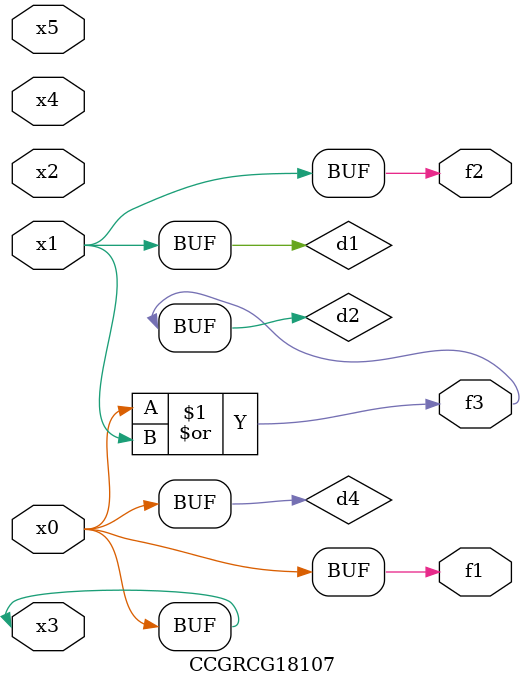
<source format=v>
module CCGRCG18107(
	input x0, x1, x2, x3, x4, x5,
	output f1, f2, f3
);

	wire d1, d2, d3, d4;

	and (d1, x1);
	or (d2, x0, x1);
	nand (d3, x0, x5);
	buf (d4, x0, x3);
	assign f1 = d4;
	assign f2 = d1;
	assign f3 = d2;
endmodule

</source>
